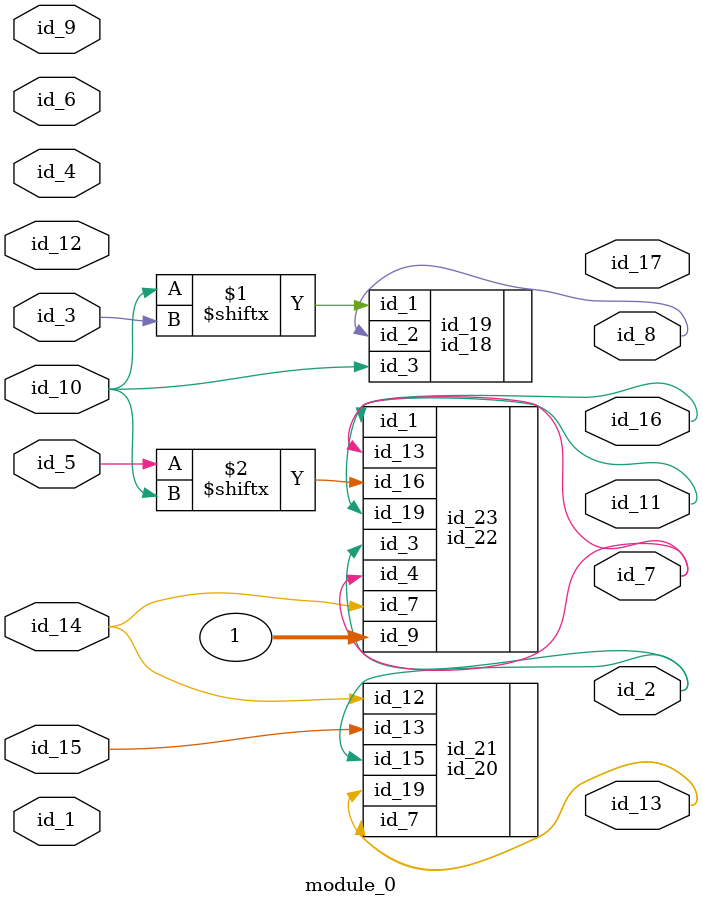
<source format=v>
module module_0 (
    id_1,
    id_2,
    id_3,
    id_4,
    id_5,
    id_6,
    id_7,
    id_8,
    id_9,
    id_10,
    id_11,
    id_12,
    id_13,
    id_14,
    id_15,
    id_16,
    id_17
);
  output id_17;
  output id_16;
  input id_15;
  input id_14;
  output id_13;
  input id_12;
  output id_11;
  input id_10;
  input id_9;
  output id_8;
  output id_7;
  input id_6;
  input id_5;
  input id_4;
  input id_3;
  output id_2;
  input id_1;
  id_18 id_19 (
      .id_2(id_8),
      .id_1(id_10[id_3]),
      .id_3(id_10)
  );
  id_20 id_21 (
      .id_7 (id_13[1'h0]),
      .id_12(id_14),
      .id_19(id_13),
      .id_15(id_2),
      .id_13((id_15))
  );
  id_22 id_23 (
      .id_13(id_7),
      .id_4 (id_9),
      .id_19(id_11),
      .id_7 (id_21),
      .id_1 (id_16),
      .id_3 (id_2),
      .id_16(id_5[id_10]),
      .id_7 (id_14),
      .id_9 (1),
      .id_4 (id_7)
  );
endmodule

</source>
